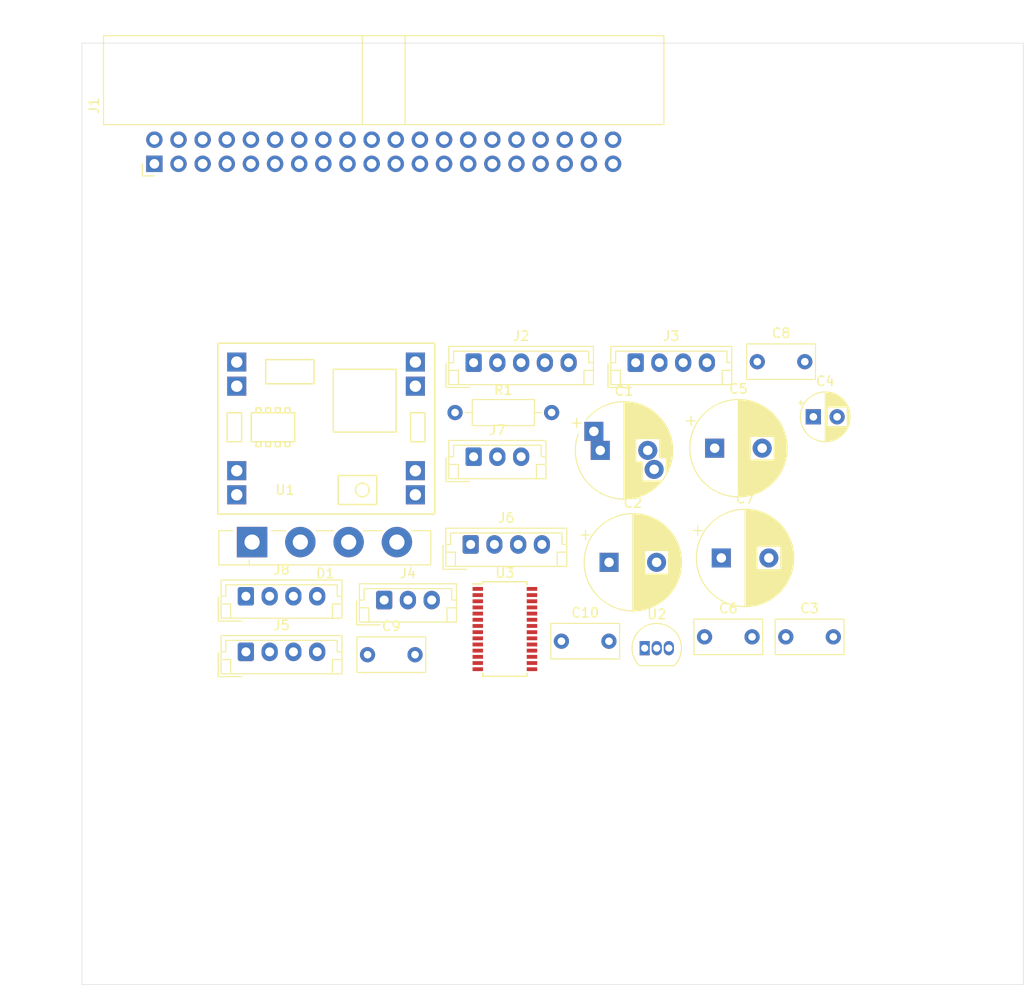
<source format=kicad_pcb>
(kicad_pcb (version 20221018) (generator pcbnew)
  (layers (0 "F.Cu" signal) (31 "B.Cu" signal) (34 "B.Paste" user) (35 "F.Paste" user) (36 "B.SilkS" user "B.Silkscreen") (37 "F.SilkS" user "F.Silkscreen") (38 "B.Mask" user) (39 "F.Mask" user) (44 "Edge.Cuts" user))
  (net 0 "")
  (net 1 "GNDD")
  (net 2 "/AC1")
  (net 3 "/AC2")
  (net 4 "/+3.3VA")
  (net 5 "/AD2")
  (net 6 "/AD1")
  (net 7 "/AD3")
  (net 8 "/SYNC_SCK")
  (net 9 "/SYNC_DATA")
  (net 10 "/ROT-B")
  (net 11 "/ROT-A")
  (net 12 "/MUTE")
  (net 13 "/STBY")
  (net 14 "/REMOTE")
  (net 15 "GNDA")
  (net 16 "/SP_L")
  (net 17 "/OUT_L")
  (net 18 "/OUT_R")
  (net 19 "/SP_R")
  (net 20 "Net-(C1-Pad1)")
  (net 21 "+5V")
  (net 22 "Net-(C4-Pad1)")
  (net 23 "Net-(C5-Pad1)")
  (net 24 "Net-(C7-Pad1)")
  (net 25 "Net-(C9-Pad1)")
  (net 26 "Net-(C10-Pad1)")
  (net 27 "Net-(J1-Pad3)")
  (net 28 "Net-(J1-Pad4)")
  (net 29 "Net-(J1-Pad5)")
  (net 30 "Net-(J1-Pad6)")
  (net 31 "Net-(J1-Pad7)")
  (net 32 "Net-(J1-Pad8)")
  (net 33 "Net-(J1-Pad13)")
  (net 34 "Net-(J1-Pad20)")
  (net 35 "Net-(J1-Pad21)")
  (net 36 "/QD_G")
  (net 37 "/QD_L")
  (net 38 "/QD_R")
  (net 39 "Net-(J1-Pad31)")
  (net 40 "Net-(J1-Pad32)")
  (net 41 "/MP3_L")
  (net 42 "/MP3_R")
  (net 43 "/TUN_L")
  (net 44 "/TUN_R")
  (net 45 "Net-(J3-Pad1)")
  (net 46 "Net-(J8-Pad1)")
  (net 47 "/SDA")
  (net 48 "/SCL")
  (net 49 "/DIG_L")
  (net 50 "/DIG_R")
  (net 51 "/AUX1_L")
  (net 52 "/AUX1_R")
  (net 53 "/AUX2_L")
  (net 54 "/AUX2_R")
  (net 55 "Net-(U3-Pad19)")
  (net 56 "Net-(U3-Pad20)")
  (net 57 "Net-(U3-Pad22)")
  (net 58 "Net-(U3-Pad23)")
  (net 59 "Net-(U3-Pad27)")
  (net 60 "Net-(U3-Pad28)")
  (footprint "Connector_IDC:IDC-Header_2x20_P2.54mm_Horizontal" (layer "F.Cu") (at 106.68 45.72 90)
    (fp_text reference "J1" (at 6.105 -6.35 90) (layer "F.SilkS"))
    (fp_text value "H-MS1110_Bus")
    (pad "1" thru_hole rect (at 0 0 90) (size 1.7272 1.7272) (drill 1.016) (layers "*.Cu" "*.Mask") (net 5 "/AD2"))
    (pad "2" thru_hole oval (at 2.54 0 90) (size 1.7272 1.7272) (drill 1.016) (layers "*.Cu" "*.Mask") (net 6 "/AD1"))
    (pad "3" thru_hole oval (at 0 2.54 90) (size 1.7272 1.7272) (drill 1.016) (layers "*.Cu" "*.Mask") (net 27 "Net-(J1-Pad3)"))
    (pad "4" thru_hole oval (at 2.54 2.54 90) (size 1.7272 1.7272) (drill 1.016) (layers "*.Cu" "*.Mask") (net 28 "Net-(J1-Pad4)"))
    (pad "5" thru_hole oval (at 0 5.08 90) (size 1.7272 1.7272) (drill 1.016) (layers "*.Cu" "*.Mask") (net 29 "Net-(J1-Pad5)"))
    (pad "6" thru_hole oval (at 2.54 5.08 90) (size 1.7272 1.7272) (drill 1.016) (layers "*.Cu" "*.Mask") (net 30 "Net-(J1-Pad6)"))
    (pad "7" thru_hole oval (at 0 7.62 90) (size 1.7272 1.7272) (drill 1.016) (layers "*.Cu" "*.Mask") (net 31 "Net-(J1-Pad7)"))
    (pad "8" thru_hole oval (at 2.54 7.62 90) (size 1.7272 1.7272) (drill 1.016) (layers "*.Cu" "*.Mask") (net 32 "Net-(J1-Pad8)"))
    (pad "9" thru_hole oval (at 0 10.16 90) (size 1.7272 1.7272) (drill 1.016) (layers "*.Cu" "*.Mask") (net 4 "/+3.3VA"))
    (pad "10" thru_hole oval (at 2.54 10.16 90) (size 1.7272 1.7272) (drill 1.016) (layers "*.Cu" "*.Mask") (net 10 "/ROT-B"))
    (pad "11" thru_hole oval (at 0 12.7 90) (size 1.7272 1.7272) (drill 1.016) (layers "*.Cu" "*.Mask") (net 1 "GNDD"))
    (pad "12" thru_hole oval (at 2.54 12.7 90) (size 1.7272 1.7272) (drill 1.016) (layers "*.Cu" "*.Mask") (net 11 "/ROT-A"))
    (pad "13" thru_hole oval (at 0 15.24 90) (size 1.7272 1.7272) (drill 1.016) (layers "*.Cu" "*.Mask") (net 33 "Net-(J1-Pad13)"))
    (pad "14" thru_hole oval (at 2.54 15.24 90) (size 1.7272 1.7272) (drill 1.016) (layers "*.Cu" "*.Mask") (net 7 "/AD3"))
    (pad "15" thru_hole oval (at 0 17.78 90) (size 1.7272 1.7272) (drill 1.016) (layers "*.Cu" "*.Mask") (net 14 "/REMOTE"))
    (pad "16" thru_hole oval (at 2.54 17.78 90) (size 1.7272 1.7272) (drill 1.016) (layers "*.Cu" "*.Mask") (net 9 "/SYNC_DATA"))
    (pad "17" thru_hole oval (at 0 20.32 90) (size 1.7272 1.7272) (drill 1.016) (layers "*.Cu" "*.Mask") (net 2 "/AC1"))
    (pad "18" thru_hole oval (at 2.54 20.32 90) (size 1.7272 1.7272) (drill 1.016) (layers "*.Cu" "*.Mask") (net 8 "/SYNC_SCK"))
    (pad "19" thru_hole oval (at 0 22.86 90) (size 1.7272 1.7272) (drill 1.016) (layers "*.Cu" "*.Mask") (net 3 "/AC2"))
    (pad "20" thru_hole oval (at 2.54 22.86 90) (size 1.7272 1.7272) (drill 1.016) (layers "*.Cu" "*.Mask") (net 34 "Net-(J1-Pad20)"))
    (pad "21" thru_hole oval (at 0 25.4 90) (size 1.7272 1.7272) (drill 1.016) (layers "*.Cu" "*.Mask") (net 35 "Net-(J1-Pad21)"))
    (pad "22" thru_hole oval (at 2.54 25.4 90) (size 1.7272 1.7272) (drill 1.016) (layers "*.Cu" "*.Mask") (net 13 "/STBY"))
    (pad "23" thru_hole oval (at 0 27.94 90) (size 1.7272 1.7272) (drill 1.016) (layers "*.Cu" "*.Mask") (net 36 "/QD_G"))
    (pad "24" thru_hole oval (at 2.54 27.94 90) (size 1.7272 1.7272) (drill 1.016) (layers "*.Cu" "*.Mask") (net 12 "/MUTE"))
    (pad "25" thru_hole oval (at 0 30.48 90) (size 1.7272 1.7272) (drill 1.016) (layers "*.Cu" "*.Mask") (net 15 "GNDA"))
    (pad "26" thru_hole oval (at 2.54 30.48 90) (size 1.7272 1.7272) (drill 1.016) (layers "*.Cu" "*.Mask") (net 37 "/QD_L"))
    (pad "27" thru_hole oval (at 0 33.02 90) (size 1.7272 1.7272) (drill 1.016) (layers "*.Cu" "*.Mask") (net 16 "/SP_L"))
    (pad "28" thru_hole oval (at 2.54 33.02 90) (size 1.7272 1.7272) (drill 1.016) (layers "*.Cu" "*.Mask") (net 38 "/QD_R"))
    (pad "29" thru_hole oval (at 0 35.56 90) (size 1.7272 1.7272) (drill 1.016) (layers "*.Cu" "*.Mask") (net 17 "/OUT_L"))
    (pad "30" thru_hole oval (at 2.54 35.56 90) (size 1.7272 1.7272) (drill 1.016) (layers "*.Cu" "*.Mask") (net 18 "/OUT_R"))
    (pad "31" thru_hole oval (at 0 38.1 90) (size 1.7272 1.7272) (drill 1.016) (layers "*.Cu" "*.Mask") (net 39 "Net-(J1-Pad31)"))
    (pad "32" thru_hole oval (at 2.54 38.1 90) (size 1.7272 1.7272) (drill 1.016) (layers "*.Cu" "*.Mask") (net 40 "Net-(J1-Pad32)"))
    (pad "33" thru_hole oval (at 0 40.64 90) (size 1.7272 1.7272) (drill 1.016) (layers "*.Cu" "*.Mask") (net 15 "GNDA"))
    (pad "34" thru_hole oval (at 2.54 40.64 90) (size 1.7272 1.7272) (drill 1.016) (layers "*.Cu" "*.Mask") (net 19 "/SP_R"))
    (pad "35" thru_hole oval (at 0 43.18 90) (size 1.7272 1.7272) (drill 1.016) (layers "*.Cu" "*.Mask") (net 15 "GNDA"))
    (pad "36" thru_hole oval (at 2.54 43.18 90) (size 1.7272 1.7272) (drill 1.016) (layers "*.Cu" "*.Mask") (net 41 "/MP3_L"))
    (pad "37" thru_hole oval (at 0 45.72 90) (size 1.7272 1.7272) (drill 1.016) (layers "*.Cu" "*.Mask") (net 42 "/MP3_R"))
    (pad "38" thru_hole oval (at 2.54 45.72 90) (size 1.7272 1.7272) (drill 1.016) (layers "*.Cu" "*.Mask") (net 15 "GNDA"))
    (pad "39" thru_hole oval (at 0 48.26 90) (size 1.7272 1.7272) (drill 1.016) (layers "*.Cu" "*.Mask") (net 43 "/TUN_L"))
    (pad "40" thru_hole oval (at 2.54 48.26 90) (size 1.7272 1.7272) (drill 1.016) (layers "*.Cu" "*.Mask") (net 44 "/TUN_R"))
  )
  (footprint "Capacitor_THT:CP_Radial_D10.0mm_P5.00mm_P7.50mm" (layer "F.Cu") (at 153.593647 75.871001)
    (fp_text reference "C1" (at 2.5 -6.25) (layer "F.SilkS"))
    (fp_text value "1000.0")
    (pad "1" thru_hole rect (at -0.672144 -2) (size 2 2) (drill 1) (layers "*.Cu" "*.Mask") (net 20 "Net-(C1-Pad1)"))
    (pad "1" thru_hole rect (at 0 0) (size 2 2) (drill 1) (layers "*.Cu" "*.Mask") (net 20 "Net-(C1-Pad1)"))
    (pad "2" thru_hole circle (at 5 0) (size 2 2) (drill 1) (layers "*.Cu" "*.Mask") (net 1 "GNDD"))
    (pad "2" thru_hole circle (at 5.672144 2) (size 2 2) (drill 1) (layers "*.Cu" "*.Mask") (net 1 "GNDD"))
  )
  (footprint "Capacitor_THT:CP_Radial_D10.0mm_P5.00mm" (layer "F.Cu") (at 154.523647 87.651001)
    (fp_text reference "C2" (at 2.5 -6.25) (layer "F.SilkS"))
    (fp_text value "470.0")
    (pad "1" thru_hole rect (at 0 0) (size 2 2) (drill 1) (layers "*.Cu" "*.Mask") (net 21 "+5V"))
    (pad "2" thru_hole circle (at 5 0) (size 2 2) (drill 1) (layers "*.Cu" "*.Mask") (net 1 "GNDD"))
  )
  (footprint "Capacitor_THT:C_Rect_L7.0mm_W3.5mm_P5.00mm" (layer "F.Cu") (at 173.119001 95.491001)
    (fp_text reference "C3" (at 2.5 -3) (layer "F.SilkS"))
    (fp_text value "0.1")
    (pad "1" thru_hole circle (at 0 0) (size 1.6 1.6) (drill 0.8) (layers "*.Cu" "*.Mask") (net 21 "+5V"))
    (pad "2" thru_hole circle (at 5 0) (size 1.6 1.6) (drill 0.8) (layers "*.Cu" "*.Mask") (net 1 "GNDD"))
  )
  (footprint "Capacitor_THT:CP_Radial_D5.0mm_P2.50mm" (layer "F.Cu") (at 176.018776 72.341001)
    (fp_text reference "C4" (at 1.25 -3.75) (layer "F.SilkS"))
    (fp_text value "10.0")
    (pad "1" thru_hole rect (at 0 0) (size 1.6 1.6) (drill 0.8) (layers "*.Cu" "*.Mask") (net 22 "Net-(C4-Pad1)"))
    (pad "2" thru_hole circle (at 2.5 0) (size 1.6 1.6) (drill 0.8) (layers "*.Cu" "*.Mask") (net 15 "GNDA"))
  )
  (footprint "Capacitor_THT:CP_Radial_D10.0mm_P5.00mm" (layer "F.Cu") (at 165.633647 75.641001)
    (fp_text reference "C5" (at 2.5 -6.25) (layer "F.SilkS"))
    (fp_text value "220.0")
    (pad "1" thru_hole rect (at 0 0) (size 2 2) (drill 1) (layers "*.Cu" "*.Mask") (net 23 "Net-(C5-Pad1)"))
    (pad "2" thru_hole circle (at 5 0) (size 2 2) (drill 1) (layers "*.Cu" "*.Mask") (net 15 "GNDA"))
  )
  (footprint "Capacitor_THT:C_Rect_L7.0mm_W3.5mm_P5.00mm" (layer "F.Cu") (at 164.569001 95.491001)
    (fp_text reference "C6" (at 2.5 -3) (layer "F.SilkS"))
    (fp_text value "0.1")
    (pad "1" thru_hole circle (at 0 0) (size 1.6 1.6) (drill 0.8) (layers "*.Cu" "*.Mask") (net 23 "Net-(C5-Pad1)"))
    (pad "2" thru_hole circle (at 5 0) (size 1.6 1.6) (drill 0.8) (layers "*.Cu" "*.Mask") (net 15 "GNDA"))
  )
  (footprint "Capacitor_THT:CP_Radial_D10.0mm_P5.00mm" (layer "F.Cu") (at 166.333647 87.191001)
    (fp_text reference "C7" (at 2.5 -6.25) (layer "F.SilkS"))
    (fp_text value "220.0")
    (pad "1" thru_hole rect (at 0 0) (size 2 2) (drill 1) (layers "*.Cu" "*.Mask") (net 24 "Net-(C7-Pad1)"))
    (pad "2" thru_hole circle (at 5 0) (size 2 2) (drill 1) (layers "*.Cu" "*.Mask") (net 15 "GNDA"))
  )
  (footprint "Capacitor_THT:C_Rect_L7.0mm_W3.5mm_P5.00mm" (layer "F.Cu") (at 170.119001 66.541001)
    (fp_text reference "C8" (at 2.5 -3) (layer "F.SilkS"))
    (fp_text value "0.1")
    (pad "1" thru_hole circle (at 0 0) (size 1.6 1.6) (drill 0.8) (layers "*.Cu" "*.Mask") (net 24 "Net-(C7-Pad1)"))
    (pad "2" thru_hole circle (at 5 0) (size 1.6 1.6) (drill 0.8) (layers "*.Cu" "*.Mask") (net 15 "GNDA"))
  )
  (footprint "Capacitor_THT:C_Rect_L7.0mm_W3.5mm_P5.00mm" (layer "F.Cu") (at 129.109001 97.371001)
    (fp_text reference "C9" (at 2.5 -3) (layer "F.SilkS"))
    (fp_text value "2.2")
    (pad "1" thru_hole circle (at 0 0) (size 1.6 1.6) (drill 0.8) (layers "*.Cu" "*.Mask") (net 25 "Net-(C9-Pad1)"))
    (pad "2" thru_hole circle (at 5 0) (size 1.6 1.6) (drill 0.8) (layers "*.Cu" "*.Mask") (net 17 "/OUT_L"))
  )
  (footprint "Capacitor_THT:C_Rect_L7.0mm_W3.5mm_P5.00mm" (layer "F.Cu") (at 149.509001 95.951001)
    (fp_text reference "C10" (at 2.5 -3) (layer "F.SilkS"))
    (fp_text value "2.2")
    (pad "1" thru_hole circle (at 0 0) (size 1.6 1.6) (drill 0.8) (layers "*.Cu" "*.Mask") (net 26 "Net-(C10-Pad1)"))
    (pad "2" thru_hole circle (at 5 0) (size 1.6 1.6) (drill 0.8) (layers "*.Cu" "*.Mask") (net 18 "/OUT_R"))
  )
  (footprint "Diode_THT:Diode_Bridge_Vishay_GBU" (layer "F.Cu") (at 116.959001 85.521001)
    (fp_text reference "D1" (at 7.7 3.3 180) (layer "F.SilkS"))
    (fp_text value "GBU8K")
    (pad "1" thru_hole rect (at 0 0) (size 3.2 3.2) (drill 1.6) (layers "*.Cu" "*.Mask") (net 20 "Net-(C1-Pad1)"))
    (pad "2" thru_hole circle (at 5.08 0) (size 3.2 3.2) (drill 1.6) (layers "*.Cu" "*.Mask") (net 3 "/AC2"))
    (pad "3" thru_hole circle (at 10.16 0) (size 3.2 3.2) (drill 1.6) (layers "*.Cu" "*.Mask") (net 2 "/AC1"))
    (pad "4" thru_hole circle (at 15.24 0) (size 3.2 3.2) (drill 1.6) (layers "*.Cu" "*.Mask") (net 1 "GNDD"))
  )
  (footprint "Connector_JST:JST_EH_B5B-EH-A_1x05_P2.50mm_Vertical" (layer "F.Cu") (at 140.269001 66.641001)
    (fp_text reference "J2" (at 5 -2.8) (layer "F.SilkS"))
    (fp_text value "EXT_INPUT")
    (pad "1" thru_hole roundrect (at 0 0) (size 1.7 1.95) (drill 0.95) (layers "*.Cu" "*.Mask") (roundrect_rratio 0.147059) (net 4 "/+3.3VA"))
    (pad "2" thru_hole oval (at 2.5 0) (size 1.7 1.95) (drill 0.95) (layers "*.Cu" "*.Mask") (net 5 "/AD2"))
    (pad "3" thru_hole oval (at 5 0) (size 1.7 1.95) (drill 0.95) (layers "*.Cu" "*.Mask") (net 6 "/AD1"))
    (pad "4" thru_hole oval (at 7.5 0) (size 1.7 1.95) (drill 0.95) (layers "*.Cu" "*.Mask") (net 7 "/AD3"))
    (pad "5" thru_hole oval (at 10 0) (size 1.7 1.95) (drill 0.95) (layers "*.Cu" "*.Mask") (net 1 "GNDD"))
  )
  (footprint "Connector_JST:JST_EH_B4B-EH-A_1x04_P2.50mm_Vertical" (layer "F.Cu") (at 157.319001 66.641001)
    (fp_text reference "J3" (at 3.75 -2.8) (layer "F.SilkS"))
    (fp_text value "SYNC")
    (pad "1" thru_hole roundrect (at 0 0) (size 1.7 1.95) (drill 0.95) (layers "*.Cu" "*.Mask") (roundrect_rratio 0.147059) (net 45 "Net-(J3-Pad1)"))
    (pad "2" thru_hole oval (at 2.5 0) (size 1.7 1.95) (drill 0.95) (layers "*.Cu" "*.Mask") (net 9 "/SYNC_DATA"))
    (pad "3" thru_hole oval (at 5 0) (size 1.7 1.95) (drill 0.95) (layers "*.Cu" "*.Mask") (net 8 "/SYNC_SCK"))
    (pad "4" thru_hole oval (at 7.5 0) (size 1.7 1.95) (drill 0.95) (layers "*.Cu" "*.Mask") (net 1 "GNDD"))
  )
  (footprint "Connector_JST:JST_EH_B3B-EH-A_1x03_P2.50mm_Vertical" (layer "F.Cu") (at 130.859001 91.621001)
    (fp_text reference "J4" (at 2.5 -2.8) (layer "F.SilkS"))
    (fp_text value "ROT")
    (pad "1" thru_hole roundrect (at 0 0) (size 1.7 1.95) (drill 0.95) (layers "*.Cu" "*.Mask") (roundrect_rratio 0.147059) (net 10 "/ROT-B"))
    (pad "2" thru_hole oval (at 2.5 0) (size 1.7 1.95) (drill 0.95) (layers "*.Cu" "*.Mask") (net 1 "GNDD"))
    (pad "3" thru_hole oval (at 5 0) (size 1.7 1.95) (drill 0.95) (layers "*.Cu" "*.Mask") (net 11 "/ROT-A"))
  )
  (footprint "Connector_JST:JST_EH_B4B-EH-A_1x04_P2.50mm_Vertical" (layer "F.Cu") (at 116.309001 97.071001)
    (fp_text reference "J5" (at 3.75 -2.8) (layer "F.SilkS"))
    (fp_text value "CONTROL")
    (pad "1" thru_hole roundrect (at 0 0) (size 1.7 1.95) (drill 0.95) (layers "*.Cu" "*.Mask") (roundrect_rratio 0.147059) (net 12 "/MUTE"))
    (pad "2" thru_hole oval (at 2.5 0) (size 1.7 1.95) (drill 0.95) (layers "*.Cu" "*.Mask") (net 13 "/STBY"))
    (pad "3" thru_hole oval (at 5 0) (size 1.7 1.95) (drill 0.95) (layers "*.Cu" "*.Mask") (net 14 "/REMOTE"))
    (pad "4" thru_hole oval (at 7.5 0) (size 1.7 1.95) (drill 0.95) (layers "*.Cu" "*.Mask") (net 1 "GNDD"))
  )
  (footprint "Connector_JST:JST_EH_B4B-EH-A_1x04_P2.50mm_Vertical" (layer "F.Cu") (at 139.959001 85.771001)
    (fp_text reference "J6" (at 3.75 -2.8) (layer "F.SilkS"))
    (fp_text value "FP_POWER")
    (pad "1" thru_hole roundrect (at 0 0) (size 1.7 1.95) (drill 0.95) (layers "*.Cu" "*.Mask") (roundrect_rratio 0.147059) (net 21 "+5V"))
    (pad "2" thru_hole oval (at 2.5 0) (size 1.7 1.95) (drill 0.95) (layers "*.Cu" "*.Mask") (net 21 "+5V"))
    (pad "3" thru_hole oval (at 5 0) (size 1.7 1.95) (drill 0.95) (layers "*.Cu" "*.Mask") (net 1 "GNDD"))
    (pad "4" thru_hole oval (at 7.5 0) (size 1.7 1.95) (drill 0.95) (layers "*.Cu" "*.Mask") (net 1 "GNDD"))
  )
  (footprint "Connector_JST:JST_EH_B3B-EH-A_1x03_P2.50mm_Vertical" (layer "F.Cu") (at 140.269001 76.541001)
    (fp_text reference "J7" (at 2.5 -2.8) (layer "F.SilkS"))
    (fp_text value "SPECT")
    (pad "1" thru_hole roundrect (at 0 0) (size 1.7 1.95) (drill 0.95) (layers "*.Cu" "*.Mask") (roundrect_rratio 0.147059) (net 16 "/SP_L"))
    (pad "2" thru_hole oval (at 2.5 0) (size 1.7 1.95) (drill 0.95) (layers "*.Cu" "*.Mask") (net 1 "GNDD"))
    (pad "3" thru_hole oval (at 5 0) (size 1.7 1.95) (drill 0.95) (layers "*.Cu" "*.Mask") (net 19 "/SP_R"))
  )
  (footprint "Connector_JST:JST_EH_B4B-EH-A_1x04_P2.50mm_Vertical" (layer "F.Cu") (at 116.309001 91.221001)
    (fp_text reference "J8" (at 3.75 -2.8) (layer "F.SilkS"))
    (fp_text value "I2C")
    (pad "1" thru_hole roundrect (at 0 0) (size 1.7 1.95) (drill 0.95) (layers "*.Cu" "*.Mask") (roundrect_rratio 0.147059) (net 46 "Net-(J8-Pad1)"))
    (pad "2" thru_hole oval (at 2.5 0) (size 1.7 1.95) (drill 0.95) (layers "*.Cu" "*.Mask") (net 47 "/SDA"))
    (pad "3" thru_hole oval (at 5 0) (size 1.7 1.95) (drill 0.95) (layers "*.Cu" "*.Mask") (net 48 "/SCL"))
    (pad "4" thru_hole oval (at 7.5 0) (size 1.7 1.95) (drill 0.95) (layers "*.Cu" "*.Mask") (net 1 "GNDD"))
  )
  (footprint "Resistor_THT:R_Axial_DIN0207_L6.3mm_D2.5mm_P10.16mm_Horizontal" (layer "F.Cu") (at 138.319001 71.891001)
    (fp_text reference "R1" (at 5.08 -2.37) (layer "F.SilkS"))
    (fp_text value "100")
    (pad "1" thru_hole circle (at 0 0) (size 1.6 1.6) (drill 0.8) (layers "*.Cu" "*.Mask") (net 23 "Net-(C5-Pad1)"))
    (pad "2" thru_hole oval (at 10.16 0) (size 1.6 1.6) (drill 0.8) (layers "*.Cu" "*.Mask") (net 40 "Net-(J1-Pad32)"))
  )
  (footprint "h-ms1110:MP1584EN_module" (layer "F.Cu") (at 124.999001 73.435001)
    (fp_text reference "U1" (at -4.572 6.604) (layer "F.SilkS"))
    (fp_text value "MP1584EN_module")
    (pad "1" thru_hole rect (at -9.652 7.112 180) (size 2 2) (drill 1.2) (layers "*.Cu" "*.Mask") (net 20 "Net-(C1-Pad1)"))
    (pad "2" thru_hole rect (at -9.652 4.572 180) (size 2 2) (drill 1.2) (layers "*.Cu" "*.Mask") (net 20 "Net-(C1-Pad1)"))
    (pad "3" thru_hole rect (at -9.652 -4.318 180) (size 2 2) (drill 1.2) (layers "*.Cu" "*.Mask") (net 1 "GNDD"))
    (pad "4" thru_hole rect (at -9.652 -6.858 180) (size 2 2) (drill 1.2) (layers "*.Cu" "*.Mask") (net 1 "GNDD"))
    (pad "5" thru_hole rect (at 9.144 -6.858 180) (size 2 2) (drill 1.2) (layers "*.Cu" "*.Mask") (net 1 "GNDD"))
    (pad "6" thru_hole rect (at 9.144 -4.318 180) (size 2 2) (drill 1.2) (layers "*.Cu" "*.Mask") (net 1 "GNDD"))
    (pad "7" thru_hole rect (at 9.144 4.572 180) (size 2 2) (drill 1.2) (layers "*.Cu" "*.Mask") (net 21 "+5V"))
    (pad "8" thru_hole rect (at 9.144 7.112 180) (size 2 2) (drill 1.2) (layers "*.Cu" "*.Mask") (net 21 "+5V"))
  )
  (footprint "Package_TO_SOT_THT:TO-92_Inline" (layer "F.Cu") (at 158.269001 96.681001)
    (fp_text reference "U2" (at 1.27 -3.56) (layer "F.SilkS"))
    (fp_text value "L78L12_TO92")
    (pad "1" thru_hole rect (at 0 0) (size 1.05 1.5) (drill 0.75) (layers "*.Cu" "*.Mask") (net 24 "Net-(C7-Pad1)"))
    (pad "2" thru_hole oval (at 1.27 0) (size 1.05 1.5) (drill 0.75) (layers "*.Cu" "*.Mask") (net 15 "GNDA"))
    (pad "3" thru_hole oval (at 2.54 0) (size 1.05 1.5) (drill 0.75) (layers "*.Cu" "*.Mask") (net 23 "Net-(C5-Pad1)"))
  )
  (footprint "Package_SO:TSSOP-28_4.4x9.7mm_P0.65mm" (layer "F.Cu") (at 143.559001 94.671001)
    (fp_text reference "U3" (at 0 -5.9) (layer "F.SilkS"))
    (fp_text value "TDA7719")
    (pad "1" smd rect (at -2.85 -4.225) (size 1.1 0.4) (layers "F.Cu" "F.Paste" "F.Mask") (net 43 "/TUN_L"))
    (pad "2" smd rect (at -2.85 -3.575) (size 1.1 0.4) (layers "F.Cu" "F.Paste" "F.Mask") (net 44 "/TUN_R"))
    (pad "3" smd rect (at -2.85 -2.925) (size 1.1 0.4) (layers "F.Cu" "F.Paste" "F.Mask") (net 49 "/DIG_L"))
    (pad "4" smd rect (at -2.85 -2.275) (size 1.1 0.4) (layers "F.Cu" "F.Paste" "F.Mask") (net 50 "/DIG_R"))
    (pad "5" smd rect (at -2.85 -1.625) (size 1.1 0.4) (layers "F.Cu" "F.Paste" "F.Mask") (net 41 "/MP3_L"))
    (pad "6" smd rect (at -2.85 -0.975) (size 1.1 0.4) (layers "F.Cu" "F.Paste" "F.Mask") (net 42 "/MP3_R"))
    (pad "7" smd rect (at -2.85 -0.325) (size 1.1 0.4) (layers "F.Cu" "F.Paste" "F.Mask") (net 37 "/QD_L"))
    (pad "8" smd rect (at -2.85 0.325) (size 1.1 0.4) (layers "F.Cu" "F.Paste" "F.Mask") (net 36 "/QD_G"))
    (pad "9" smd rect (at -2.85 0.975) (size 1.1 0.4) (layers "F.Cu" "F.Paste" "F.Mask") (net 38 "/QD_R"))
    (pad "10" smd rect (at -2.85 1.625) (size 1.1 0.4) (layers "F.Cu" "F.Paste" "F.Mask") (net 51 "/AUX1_L"))
    (pad "11" smd rect (at -2.85 2.275) (size 1.1 0.4) (layers "F.Cu" "F.Paste" "F.Mask") (net 52 "/AUX1_R"))
    (pad "12" smd rect (at -2.85 2.925) (size 1.1 0.4) (layers "F.Cu" "F.Paste" "F.Mask") (net 53 "/AUX2_L"))
    (pad "13" smd rect (at -2.85 3.575) (size 1.1 0.4) (layers "F.Cu" "F.Paste" "F.Mask") (net 54 "/AUX2_R"))
    (pad "14" smd rect (at -2.85 4.225) (size 1.1 0.4) (layers "F.Cu" "F.Paste" "F.Mask") (net 22 "Net-(C4-Pad1)"))
    (pad "15" smd rect (at 2.85 4.225) (size 1.1 0.4) (layers "F.Cu" "F.Paste" "F.Mask") (net 15 "GNDA"))
    (pad "16" smd rect (at 2.85 3.575) (size 1.1 0.4) (layers "F.Cu" "F.Paste" "F.Mask") (net 19 "/SP_R"))
    (pad "17" smd rect (at 2.85 2.925) (size 1.1 0.4) (layers "F.Cu" "F.Paste" "F.Mask") (net 16 "/SP_L"))
    (pad "18" smd rect (at 2.85 2.275) (size 1.1 0.4) (layers "F.Cu" "F.Paste" "F.Mask") (net 26 "Net-(C10-Pad1)"))
    (pad "19" smd rect (at 2.85 1.625) (size 1.1 0.4) (layers "F.Cu" "F.Paste" "F.Mask") (net 55 "Net-(U3-Pad19)"))
    (pad "20" smd rect (at 2.85 0.975) (size 1.1 0.4) (layers "F.Cu" "F.Paste" "F.Mask") (net 56 "Net-(U3-Pad20)"))
    (pad "21" smd rect (at 2.85 0.325) (size 1.1 0.4) (layers "F.Cu" "F.Paste" "F.Mask") (net 25 "Net-(C9-Pad1)"))
    (pad "22" smd rect (at 2.85 -0.325) (size 1.1 0.4) (layers "F.Cu" "F.Paste" "F.Mask") (net 57 "Net-(U3-Pad22)"))
    (pad "23" smd rect (at 2.85 -0.975) (size 1.1 0.4) (layers "F.Cu" "F.Paste" "F.Mask") (net 58 "Net-(U3-Pad23)"))
    (pad "24" smd rect (at 2.85 -1.625) (size 1.1 0.4) (layers "F.Cu" "F.Paste" "F.Mask") (net 24 "Net-(C7-Pad1)"))
    (pad "25" smd rect (at 2.85 -2.275) (size 1.1 0.4) (layers "F.Cu" "F.Paste" "F.Mask") (net 48 "/SCL"))
    (pad "26" smd rect (at 2.85 -2.925) (size 1.1 0.4) (layers "F.Cu" "F.Paste" "F.Mask") (net 47 "/SDA"))
    (pad "27" smd rect (at 2.85 -3.575) (size 1.1 0.4) (layers "F.Cu" "F.Paste" "F.Mask") (net 59 "Net-(U3-Pad27)"))
    (pad "28" smd rect (at 2.85 -4.225) (size 1.1 0.4) (layers "F.Cu" "F.Paste" "F.Mask") (net 60 "Net-(U3-Pad28)"))
  )
  (gr_line (start 198.12 33.02) (end 99.06 33.02) (stroke (width 0.05)) (layer "Edge.Cuts"))
  (gr_line (start 198.12 132.08) (end 198.12 33.02) (stroke (width 0.05)) (layer "Edge.Cuts"))
  (gr_line (start 99.06 132.08) (end 198.12 132.08) (stroke (width 0.05)) (layer "Edge.Cuts"))
  (gr_line (start 99.06 33.02) (end 99.06 132.08) (stroke (width 0.05)) (layer "Edge.Cuts"))
)
</source>
